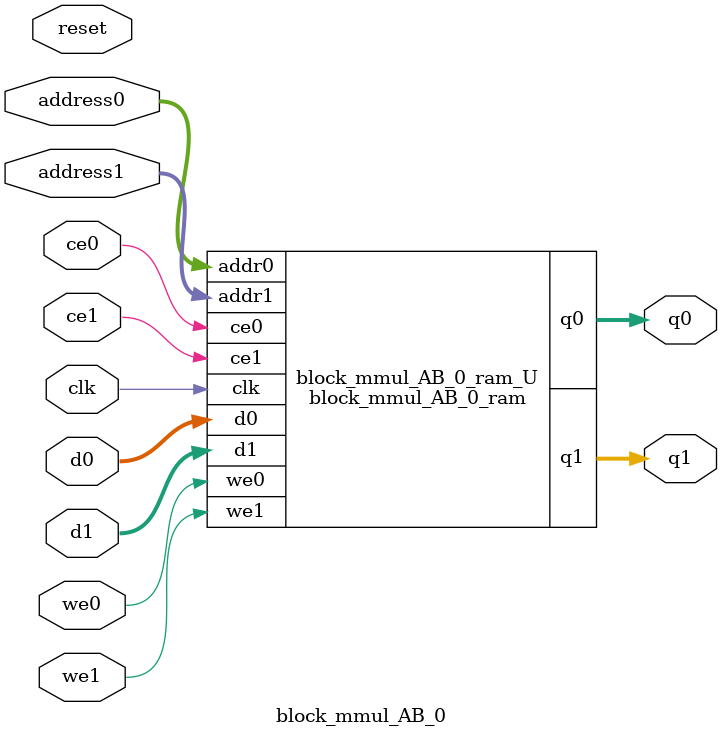
<source format=v>
`timescale 1 ns / 1 ps
module block_mmul_AB_0_ram (addr0, ce0, d0, we0, q0, addr1, ce1, d1, we1, q1,  clk);

parameter DWIDTH = 32;
parameter AWIDTH = 5;
parameter MEM_SIZE = 20;

input[AWIDTH-1:0] addr0;
input ce0;
input[DWIDTH-1:0] d0;
input we0;
output reg[DWIDTH-1:0] q0;
input[AWIDTH-1:0] addr1;
input ce1;
input[DWIDTH-1:0] d1;
input we1;
output reg[DWIDTH-1:0] q1;
input clk;

(* ram_style = "block" *)reg [DWIDTH-1:0] ram[0:MEM_SIZE-1];




always @(posedge clk)  
begin 
    if (ce0) begin
        if (we0) 
            ram[addr0] <= d0; 
        q0 <= ram[addr0];
    end
end


always @(posedge clk)  
begin 
    if (ce1) begin
        if (we1) 
            ram[addr1] <= d1; 
        q1 <= ram[addr1];
    end
end


endmodule

`timescale 1 ns / 1 ps
module block_mmul_AB_0(
    reset,
    clk,
    address0,
    ce0,
    we0,
    d0,
    q0,
    address1,
    ce1,
    we1,
    d1,
    q1);

parameter DataWidth = 32'd32;
parameter AddressRange = 32'd20;
parameter AddressWidth = 32'd5;
input reset;
input clk;
input[AddressWidth - 1:0] address0;
input ce0;
input we0;
input[DataWidth - 1:0] d0;
output[DataWidth - 1:0] q0;
input[AddressWidth - 1:0] address1;
input ce1;
input we1;
input[DataWidth - 1:0] d1;
output[DataWidth - 1:0] q1;



block_mmul_AB_0_ram block_mmul_AB_0_ram_U(
    .clk( clk ),
    .addr0( address0 ),
    .ce0( ce0 ),
    .we0( we0 ),
    .d0( d0 ),
    .q0( q0 ),
    .addr1( address1 ),
    .ce1( ce1 ),
    .we1( we1 ),
    .d1( d1 ),
    .q1( q1 ));

endmodule


</source>
